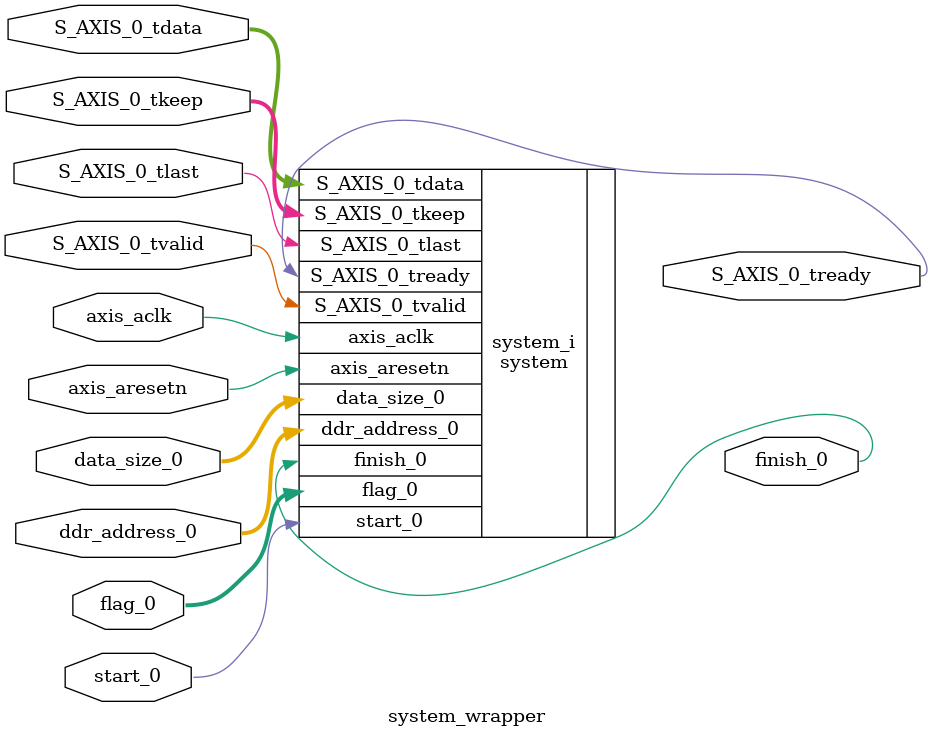
<source format=v>
`timescale 1 ps / 1 ps

module system_wrapper
   (S_AXIS_0_tdata,
    S_AXIS_0_tkeep,
    S_AXIS_0_tlast,
    S_AXIS_0_tready,
    S_AXIS_0_tvalid,
    axis_aclk,
    axis_aresetn,
    data_size_0,
    ddr_address_0,
    finish_0,
    flag_0,
    start_0);
  input [31:0]S_AXIS_0_tdata;
  input [3:0]S_AXIS_0_tkeep;
  input S_AXIS_0_tlast;
  output S_AXIS_0_tready;
  input S_AXIS_0_tvalid;
  input axis_aclk;
  input axis_aresetn;
  input [63:0]data_size_0;
  input [63:0]ddr_address_0;
  output finish_0;
  input [1:0]flag_0;
  input start_0;

  wire [31:0]S_AXIS_0_tdata;
  wire [3:0]S_AXIS_0_tkeep;
  wire S_AXIS_0_tlast;
  wire S_AXIS_0_tready;
  wire S_AXIS_0_tvalid;
  wire axis_aclk;
  wire axis_aresetn;
  wire [63:0]data_size_0;
  wire [63:0]ddr_address_0;
  wire finish_0;
  wire [1:0]flag_0;
  wire start_0;

  system system_i
       (.S_AXIS_0_tdata(S_AXIS_0_tdata),
        .S_AXIS_0_tkeep(S_AXIS_0_tkeep),
        .S_AXIS_0_tlast(S_AXIS_0_tlast),
        .S_AXIS_0_tready(S_AXIS_0_tready),
        .S_AXIS_0_tvalid(S_AXIS_0_tvalid),
        .axis_aclk(axis_aclk),
        .axis_aresetn(axis_aresetn),
        .data_size_0(data_size_0),
        .ddr_address_0(ddr_address_0),
        .finish_0(finish_0),
        .flag_0(flag_0),
        .start_0(start_0));
endmodule

</source>
